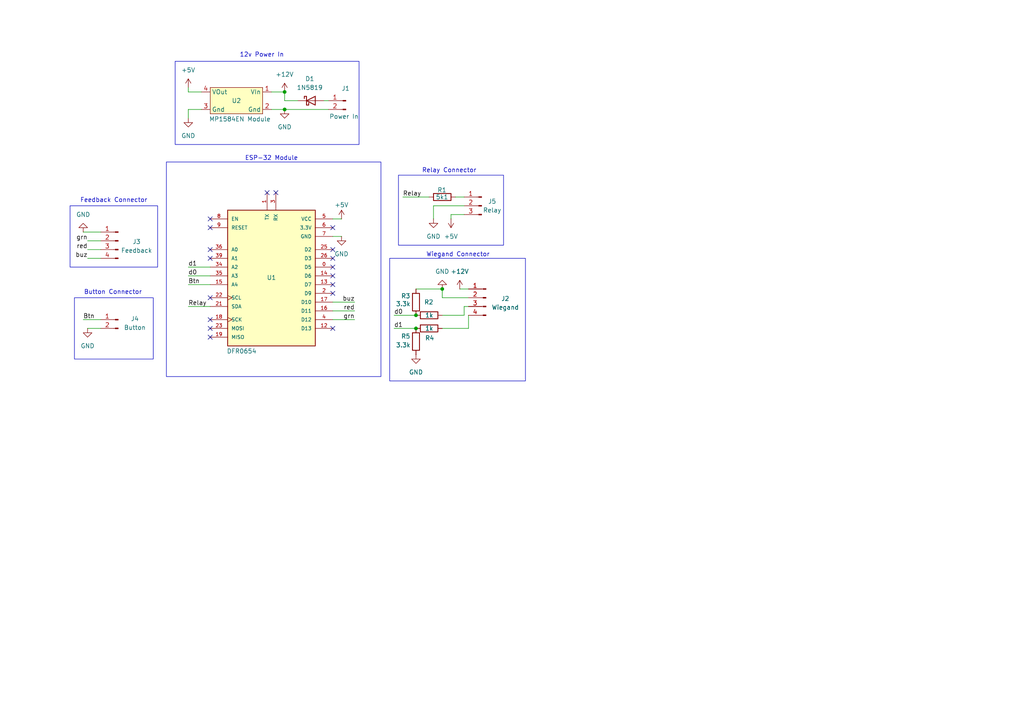
<source format=kicad_sch>
(kicad_sch (version 20250114) (generator "eeschema") (generator_version "9.0")
  (paper "A4")
  (title_block (title "HMIS Lock Module") (company "Leicester Hackspace Ltd"))
  (lib_symbols
    (symbol "Connector:Conn_01x02_Pin" (pin_names (offset 1.016) (hide yes))
      (property "Reference" "J" (at 0 2.54 0))
      (property "Value" "Conn_01x02_Pin" (at 0 -5.08 0))
      (symbol "Conn_01x02_Pin_1_1"
        (rectangle (start 0.8636 0.127) (end 0 -0.127) (stroke (width 0.1524)) (fill (type outline)))
        (rectangle (start 0.8636 -2.413) (end 0 -2.667) (stroke (width 0.1524)) (fill (type outline)))
        (polyline (pts (xy 1.27 0) (xy 0.8636 0)) (stroke (width 0.1524)))
        (polyline (pts (xy 1.27 -2.54) (xy 0.8636 -2.54)) (stroke (width 0.1524)))
        (pin passive line (at 5.08 0 180) (length 3.81) (name "Pin_1") (number "1"))
        (pin passive line (at 5.08 -2.54 180) (length 3.81) (name "Pin_2") (number "2"))
      )
    )
    (symbol "Connector:Conn_01x03_Pin" (pin_names (offset 1.016) (hide yes))
      (property "Reference" "J" (at 0 5.08 0))
      (property "Value" "Conn_01x03_Pin" (at 0 -5.08 0))
      (symbol "Conn_01x03_Pin_1_1"
        (rectangle (start 0.8636 2.667) (end 0 2.413) (stroke (width 0.1524)) (fill (type outline)))
        (rectangle (start 0.8636 0.127) (end 0 -0.127) (stroke (width 0.1524)) (fill (type outline)))
        (rectangle (start 0.8636 -2.413) (end 0 -2.667) (stroke (width 0.1524)) (fill (type outline)))
        (polyline (pts (xy 1.27 2.54) (xy 0.8636 2.54)) (stroke (width 0.1524)))
        (polyline (pts (xy 1.27 0) (xy 0.8636 0)) (stroke (width 0.1524)))
        (polyline (pts (xy 1.27 -2.54) (xy 0.8636 -2.54)) (stroke (width 0.1524)))
        (pin passive line (at 5.08 2.54 180) (length 3.81) (name "Pin_1") (number "1"))
        (pin passive line (at 5.08 0 180) (length 3.81) (name "Pin_2") (number "2"))
        (pin passive line (at 5.08 -2.54 180) (length 3.81) (name "Pin_3") (number "3"))
      )
    )
    (symbol "Connector:Conn_01x04_Pin" (pin_names (offset 1.016) (hide yes))
      (property "Reference" "J" (at 0 5.08 0))
      (property "Value" "Conn_01x04_Pin" (at 0 -7.62 0))
      (symbol "Conn_01x04_Pin_1_1"
        (rectangle (start 0.8636 2.667) (end 0 2.413) (stroke (width 0.1524)) (fill (type outline)))
        (rectangle (start 0.8636 0.127) (end 0 -0.127) (stroke (width 0.1524)) (fill (type outline)))
        (rectangle (start 0.8636 -2.413) (end 0 -2.667) (stroke (width 0.1524)) (fill (type outline)))
        (rectangle (start 0.8636 -4.953) (end 0 -5.207) (stroke (width 0.1524)) (fill (type outline)))
        (polyline (pts (xy 1.27 2.54) (xy 0.8636 2.54)) (stroke (width 0.1524)))
        (polyline (pts (xy 1.27 0) (xy 0.8636 0)) (stroke (width 0.1524)))
        (polyline (pts (xy 1.27 -2.54) (xy 0.8636 -2.54)) (stroke (width 0.1524)))
        (polyline (pts (xy 1.27 -5.08) (xy 0.8636 -5.08)) (stroke (width 0.1524)))
        (pin passive line (at 5.08 2.54 180) (length 3.81) (name "Pin_1") (number "1"))
        (pin passive line (at 5.08 0 180) (length 3.81) (name "Pin_2") (number "2"))
        (pin passive line (at 5.08 -2.54 180) (length 3.81) (name "Pin_3") (number "3"))
        (pin passive line (at 5.08 -5.08 180) (length 3.81) (name "Pin_4") (number "4"))
      )
    )
    (symbol "DFR0654:DFR0654" (pin_names (offset 1.016))
      (property "Reference" "U" (at -12.7 26.162 0))
      (property "Value" "DFR0654" (at -12.446 -16.51 0))
      (symbol "DFR0654_0_0"
        (rectangle (start -12.7 25.4) (end 12.7 -13.97) (stroke (width 0.254)) (fill (type background)))
        (pin input line (at -17.78 22.86 0) (length 5.08) (name "EN") (number "8"))
        (pin input line (at -17.78 20.32 0) (length 5.08) (name "RESET") (number "9"))
        (pin input line (at -17.78 13.97 0) (length 5.08) (name "A0") (number "36"))
        (pin input line (at -17.78 11.43 0) (length 5.08) (name "A1") (number "39"))
        (pin input line (at -17.78 8.89 0) (length 5.08) (name "A2") (number "34"))
        (pin input line (at -17.78 6.35 0) (length 5.08) (name "A3") (number "35"))
        (pin bidirectional line (at -17.78 3.81 0) (length 5.08) (name "A4") (number "15"))
        (pin bidirectional clock (at -17.78 0 0) (length 5.08) (name "SCL") (number "22"))
        (pin bidirectional line (at -17.78 -2.54 0) (length 5.08) (name "SDA") (number "21"))
        (pin bidirectional clock (at -17.78 -6.35 0) (length 5.08) (name "SCK") (number "18"))
        (pin input line (at -17.78 -8.89 0) (length 5.08) (name "MOSI") (number "23"))
        (pin output line (at -17.78 -11.43 0) (length 5.08) (name "MISO") (number "19"))
        (pin power_in line (at 17.78 22.86 180) (length 5.08) (name "VCC") (number "5"))
        (pin power_in line (at 17.78 20.32 180) (length 5.08) (name "3.3V") (number "6"))
        (pin power_in line (at 17.78 17.78 180) (length 5.08) (name "GND") (number "7"))
        (pin bidirectional line (at 17.78 13.97 180) (length 5.08) (name "D2") (number "25"))
        (pin bidirectional line (at 17.78 11.43 180) (length 5.08) (name "D3") (number "26"))
        (pin bidirectional line (at 17.78 8.89 180) (length 5.08) (name "D5") (number "0"))
        (pin bidirectional line (at 17.78 6.35 180) (length 5.08) (name "D6") (number "14"))
        (pin bidirectional line (at 17.78 3.81 180) (length 5.08) (name "D7") (number "13"))
        (pin bidirectional line (at 17.78 1.27 180) (length 5.08) (name "D9") (number "2"))
        (pin bidirectional line (at 17.78 -1.27 180) (length 5.08) (name "D10") (number "17"))
        (pin bidirectional line (at 17.78 -3.81 180) (length 5.08) (name "D11") (number "16"))
        (pin bidirectional line (at 17.78 -6.35 180) (length 5.08) (name "D12") (number "4"))
        (pin bidirectional line (at 17.78 -8.89 180) (length 5.08) (name "D13") (number "12"))
      )
      (symbol "DFR0654_1_0"
        (pin output line (at -1.27 30.48 270) (length 5.08) (name "TX") (number "1"))
        (pin input line (at 1.27 30.48 270) (length 5.08) (name "RX") (number "3"))
      )
    )
    (symbol "Device:D_Schottky" (pin_numbers (hide yes)) (pin_names (offset 1.016) (hide yes))
      (property "Reference" "D" (at 0 2.54 0))
      (property "Value" "D_Schottky" (at 0 -2.54 0))
      (symbol "D_Schottky_0_1"
        (polyline (pts (xy -1.905 0.635) (xy -1.905 1.27) (xy -1.27 1.27) (xy -1.27 -1.27) (xy -0.635 -1.27) (xy -0.635 -0.635)) (stroke (width 0.254)))
        (polyline (pts (xy 1.27 1.27) (xy 1.27 -1.27) (xy -1.27 0) (xy 1.27 1.27)) (stroke (width 0.254)))
        (polyline (pts (xy 1.27 0) (xy -1.27 0)))
      )
      (symbol "D_Schottky_1_1"
        (pin passive line (at -3.81 0 0) (length 2.54) (name "K") (number "1"))
        (pin passive line (at 3.81 0 180) (length 2.54) (name "A") (number "2"))
      )
    )
    (symbol "Device:R" (pin_numbers (hide yes)) (pin_names (offset 0))
      (property "Reference" "R" (at 2.032 0 90))
      (property "Value" "R" (at 0 0 90))
      (symbol "R_0_1"
        (rectangle (start -1.016 -2.54) (end 1.016 2.54) (stroke (width 0.254)))
      )
      (symbol "R_1_1"
        (pin passive line (at 0 3.81 270) (length 1.27) (name "~") (number "1"))
        (pin passive line (at 0 -3.81 90) (length 1.27) (name "~") (number "2"))
      )
    )
    (symbol "jacobs-libs:MP1584EN_Module"
      (property "Reference" "U" (at -7.112 4.826 0))
      (property "Value" "MP1584EN Module" (at 1.016 -4.826 0))
      (symbol "MP1584EN_Module_1_1"
        (rectangle (start -7.62 3.81) (end 7.62 -3.81) (fill (type background)))
        (pin power_out line (at -10.16 2.54 0) (length 2.54) (name "VOut") (number "4"))
        (pin power_out line (at -10.16 -2.54 0) (length 2.54) (name "Gnd") (number "3"))
        (pin power_in line (at 10.16 2.54 180) (length 2.54) (name "VIn") (number "1"))
        (pin power_in line (at 10.16 -2.54 180) (length 2.54) (name "Gnd") (number "2"))
      )
    )
    (symbol "power:+12V" (power) (pin_numbers (hide yes)) (pin_names (offset 0) (hide yes))
      (property "Value" "+12V" (at 0 3.556 0))
      (symbol "+12V_0_1"
        (polyline (pts (xy -0.762 1.27) (xy 0 2.54)))
        (polyline (pts (xy 0 2.54) (xy 0.762 1.27)))
        (polyline (pts (xy 0 0) (xy 0 2.54)))
      )
      (symbol "+12V_1_1"
        (pin power_in line (at 0 0 90) (length 0) (name "~") (number "1"))
      )
    )
    (symbol "power:+5V" (power) (pin_numbers (hide yes)) (pin_names (offset 0) (hide yes))
      (property "Value" "+5V" (at 0 3.556 0))
      (symbol "+5V_0_1"
        (polyline (pts (xy -0.762 1.27) (xy 0 2.54)))
        (polyline (pts (xy 0 2.54) (xy 0.762 1.27)))
        (polyline (pts (xy 0 0) (xy 0 2.54)))
      )
      (symbol "+5V_1_1"
        (pin power_in line (at 0 0 90) (length 0) (name "~") (number "1"))
      )
    )
    (symbol "power:GND" (power) (pin_numbers (hide yes)) (pin_names (offset 0) (hide yes))
      (property "Value" "GND" (at 0 -3.81 0))
      (symbol "GND_0_1"
        (polyline (pts (xy 0 0) (xy 0 -1.27) (xy 1.27 -1.27) (xy 0 -2.54) (xy -1.27 -1.27) (xy 0 -1.27)))
      )
      (symbol "GND_1_1"
        (pin power_in line (at 0 0 270) (length 0) (name "~") (number "1"))
      )
    )
  )
  (rectangle (start 50.8 17.78) (end 104.14 41.91))
  (rectangle (start 20.32 59.69) (end 45.72 77.47))
  (rectangle (start 21.59 86.36) (end 44.45 104.14))
  (rectangle (start 113.03 74.93) (end 152.4 110.49))
  (rectangle (start 48.26 46.99) (end 110.49 109.22))
  (rectangle (start 115.57 50.8) (end 146.05 71.12))
  (text "Relay Connector" (at 130.302 49.53 0) (effects (font (size 1.27 1.27))))
  (text "Wiegand Connector" (at 132.842 73.914 0) (effects (font (size 1.27 1.27))))
  (text "Feedback Connector" (at 33.02 58.166 0) (effects (font (size 1.27 1.27))))
  (text "ESP-32 Module" (at 78.74 45.974 0) (effects (font (size 1.27 1.27))))
  (text "12v Power In" (at 75.946 16.002 0) (effects (font (size 1.27 1.27))))
  (text "Button Connector" (at 32.766 84.836 0) (effects (font (size 1.27 1.27))))
  (junction (at 82.55 31.75))
  (junction (at 120.65 95.25))
  (junction (at 120.65 91.44))
  (junction (at 82.55 26.67))
  (junction (at 128.27 83.82))
  (no_connect (at 96.52 72.39))
  (no_connect (at 60.96 66.04))
  (no_connect (at 96.52 80.01))
  (no_connect (at 96.52 77.47))
  (no_connect (at 96.52 74.93))
  (no_connect (at 60.96 97.79))
  (no_connect (at 60.96 72.39))
  (no_connect (at 60.96 86.36))
  (no_connect (at 96.52 66.04))
  (no_connect (at 60.96 92.71))
  (no_connect (at 60.96 74.93))
  (no_connect (at 80.01 55.88))
  (no_connect (at 60.96 63.5))
  (no_connect (at 96.52 85.09))
  (no_connect (at 77.47 55.88))
  (no_connect (at 60.96 95.25))
  (no_connect (at 96.52 95.25))
  (no_connect (at 96.52 82.55))
  (wire (pts (xy 133.35 83.82) (xy 135.89 83.82)))
  (wire (pts (xy 96.52 87.63) (xy 102.87 87.63)))
  (wire (pts (xy 82.55 29.21) (xy 86.36 29.21)))
  (wire (pts (xy 54.61 77.47) (xy 60.96 77.47)))
  (wire (pts (xy 58.42 26.67) (xy 54.61 26.67)))
  (wire (pts (xy 54.61 82.55) (xy 60.96 82.55)))
  (wire (pts (xy 25.4 72.39) (xy 29.21 72.39)))
  (wire (pts (xy 54.61 31.75) (xy 54.61 34.29)))
  (wire (pts (xy 130.81 62.23) (xy 134.62 62.23)))
  (wire (pts (xy 96.52 90.17) (xy 102.87 90.17)))
  (wire (pts (xy 125.73 59.69) (xy 125.73 63.5)))
  (wire (pts (xy 95.25 31.75) (xy 82.55 31.75)))
  (wire (pts (xy 95.25 29.21) (xy 93.98 29.21)))
  (wire (pts (xy 135.89 95.25) (xy 135.89 91.44)))
  (wire (pts (xy 135.89 86.36) (xy 128.27 86.36)))
  (wire (pts (xy 96.52 63.5) (xy 99.06 63.5)))
  (wire (pts (xy 128.27 83.82) (xy 128.27 86.36)))
  (wire (pts (xy 134.62 88.9) (xy 134.62 91.44)))
  (wire (pts (xy 130.81 63.5) (xy 130.81 62.23)))
  (wire (pts (xy 54.61 88.9) (xy 60.96 88.9)))
  (wire (pts (xy 25.4 95.25) (xy 29.21 95.25)))
  (wire (pts (xy 116.84 57.15) (xy 124.46 57.15)))
  (wire (pts (xy 134.62 59.69) (xy 125.73 59.69)))
  (wire (pts (xy 78.74 31.75) (xy 82.55 31.75)))
  (wire (pts (xy 25.4 69.85) (xy 29.21 69.85)))
  (wire (pts (xy 54.61 80.01) (xy 60.96 80.01)))
  (wire (pts (xy 58.42 31.75) (xy 54.61 31.75)))
  (wire (pts (xy 82.55 26.67) (xy 78.74 26.67)))
  (wire (pts (xy 114.3 91.44) (xy 120.65 91.44)))
  (wire (pts (xy 54.61 26.67) (xy 54.61 25.4)))
  (wire (pts (xy 120.65 83.82) (xy 128.27 83.82)))
  (wire (pts (xy 114.3 95.25) (xy 120.65 95.25)))
  (wire (pts (xy 134.62 88.9) (xy 135.89 88.9)))
  (wire (pts (xy 128.27 95.25) (xy 135.89 95.25)))
  (wire (pts (xy 96.52 92.71) (xy 102.87 92.71)))
  (wire (pts (xy 132.08 57.15) (xy 134.62 57.15)))
  (wire (pts (xy 24.13 92.71) (xy 29.21 92.71)))
  (wire (pts (xy 25.4 74.93) (xy 29.21 74.93)))
  (wire (pts (xy 24.13 67.31) (xy 29.21 67.31)))
  (wire (pts (xy 128.27 91.44) (xy 134.62 91.44)))
  (wire (pts (xy 82.55 29.21) (xy 82.55 26.67)))
  (wire (pts (xy 96.52 68.58) (xy 99.06 68.58)))
  (label "d1" (at 114.3 95.25 0))
  (label "buz" (at 102.87 87.63 180))
  (label "buz" (at 25.4 74.93 180))
  (label "Relay" (at 54.61 88.9 0))
  (label "Relay" (at 116.84 57.15 0))
  (label "grn" (at 25.4 69.85 180))
  (label "d0" (at 54.61 80.01 0))
  (label "d0" (at 114.3 91.44 0))
  (label "Btn" (at 54.61 82.55 0))
  (label "red" (at 102.87 90.17 180))
  (label "d1" (at 54.61 77.47 0))
  (label "red" (at 25.4 72.39 180))
  (label "grn" (at 102.87 92.71 180))
  (label "Btn" (at 24.13 92.71 0))
  (symbol (lib_id "power:GND") (at 125.73 63.5 0) (unit 1)
    (property "Reference" "#PWR08" (effects (hide yes)))
    (property "Value" "GND" (at 125.73 68.58 0))
    (property "Description" "Power symbol creates a global label with name \"GND\" , ground" (effects (hide yes)))
  )
  (symbol (lib_id "Device:R") (at 124.46 91.44 90) (unit 1)
    (property "Reference" "R2" (at 125.73 87.63 90) (effects (justify left)))
    (property "Value" "1k" (at 125.73 91.44 90) (effects (justify left)))
    (property "Footprint" "Resistor_SMD:R_0805_2012Metric_Pad1.20x1.40mm_HandSolder" (effects (hide yes)))
    (property "Description" "Resistor" (effects (hide yes)))
  )
  (symbol (lib_id "jacobs-libs:MP1584EN_Module") (at 68.58 29.21 0) (unit 1)
    (property "Reference" "U2" (at 68.58 29.21 0))
    (property "Value" "MP1584EN Module" (at 69.596 34.544 0))
    (property "Footprint" "jacob-libs:MP1584EN Module" (effects (hide yes)))
    (property "Datasheet" "https://mm.digikey.com/Volume0/opasdata/d220001/medias/docus/1231/106990005_Web.pdf" (effects (hide yes)))
    (property "Description" "A DC to DC buck converter module using the MP1584EN chip" (effects (hide yes)))
  )
  (symbol (lib_id "power:GND") (at 128.27 83.82 0) (mirror x) (unit 1)
    (property "Reference" "#PWR013" (effects (hide yes)))
    (property "Value" "GND" (at 128.27 78.74 0))
    (property "Description" "Power symbol creates a global label with name \"GND\" , ground" (effects (hide yes)))
  )
  (symbol (lib_id "power:GND") (at 82.55 31.75 0) (unit 1)
    (property "Reference" "#PWR05" (effects (hide yes)))
    (property "Value" "GND" (at 82.55 36.83 0))
    (property "Description" "Power symbol creates a global label with name \"GND\" , ground" (effects (hide yes)))
  )
  (symbol (lib_id "power:+5V") (at 54.61 25.4 0) (unit 1)
    (property "Reference" "#PWR02" (effects (hide yes)))
    (property "Value" "+5V" (at 54.61 20.32 0))
    (property "Description" "Power symbol creates a global label with name \"+5V\"" (effects (hide yes)))
  )
  (symbol (lib_id "DFR0654:DFR0654") (at 78.74 86.36 0) (unit 1)
    (property "Reference" "U1" (at 78.74 80.518 0))
    (property "Value" "DFR0654" (at 70.104 101.854 0))
    (property "Footprint" "DFR0654:MODULE_DFR0654" (effects (hide yes)))
    (property "STANDARD" "Manufacturer Recommendations" (effects (hide yes)))
    (property "MANUFACTURER" "DFRobot" (effects (hide yes)))
  )
  (symbol (lib_id "Connector:Conn_01x03_Pin") (at 139.7 59.69 0) (mirror y) (unit 1)
    (property "Reference" "J5" (at 142.748 58.42 0))
    (property "Value" "Relay" (at 142.748 60.96 0))
    (property "Footprint" "Connector_PinHeader_2.54mm:PinHeader_1x03_P2.54mm_Vertical" (effects (hide yes)))
    (property "Description" "Generic connector, single row, 01x03, script generated" (effects (hide yes)))
  )
  (symbol (lib_id "power:GND") (at 99.06 68.58 0) (unit 1)
    (property "Reference" "#PWR07" (effects (hide yes)))
    (property "Value" "GND" (at 99.06 73.66 0))
    (property "Description" "Power symbol creates a global label with name \"GND\" , ground" (effects (hide yes)))
  )
  (symbol (lib_id "Connector:Conn_01x04_Pin") (at 34.29 69.85 0) (mirror y) (unit 1)
    (property "Reference" "J3" (at 39.624 70.104 0))
    (property "Value" "Feedback" (at 39.624 72.644 0))
    (property "Footprint" "Connector_PinHeader_2.54mm:PinHeader_1x04_P2.54mm_Vertical" (effects (hide yes)))
    (property "Description" "Generic connector, single row, 01x04, script generated" (effects (hide yes)))
  )
  (symbol (lib_id "power:+5V") (at 130.81 63.5 0) (mirror x) (unit 1)
    (property "Reference" "#PWR09" (effects (hide yes)))
    (property "Value" "+5V" (at 130.81 68.58 0))
    (property "Description" "Power symbol creates a global label with name \"+5V\"" (effects (hide yes)))
  )
  (symbol (lib_id "power:+12V") (at 133.35 83.82 0) (unit 1)
    (property "Reference" "#PWR012" (effects (hide yes)))
    (property "Value" "+12V" (at 133.35 78.74 0))
    (property "Description" "Power symbol creates a global label with name \"+12V\"" (effects (hide yes)))
  )
  (symbol (lib_id "Device:R") (at 128.27 57.15 90) (unit 1)
    (property "Reference" "R1" (at 129.54 55.118 90) (effects (justify left)))
    (property "Value" "5k1" (at 130.048 57.15 90) (effects (justify left)))
    (property "Footprint" "Resistor_SMD:R_0805_2012Metric_Pad1.20x1.40mm_HandSolder" (effects (hide yes)))
    (property "Description" "Resistor" (effects (hide yes)))
  )
  (symbol (lib_id "Device:D_Schottky") (at 90.17 29.21 0) (unit 1)
    (property "Reference" "D1" (at 89.8525 22.86 0))
    (property "Value" "1N5819" (at 89.8525 25.4 0))
    (property "Footprint" "Diode_SMD:D_SOD-123" (effects (hide yes)))
    (property "Description" "Schottky diode" (effects (hide yes)))
  )
  (symbol (lib_id "Device:R") (at 124.46 95.25 90) (unit 1)
    (property "Reference" "R4" (at 125.984 98.044 90) (effects (justify left)))
    (property "Value" "1k" (at 125.73 95.25 90) (effects (justify left)))
    (property "Footprint" "Resistor_SMD:R_0805_2012Metric_Pad1.20x1.40mm_HandSolder" (effects (hide yes)))
    (property "Description" "Resistor" (effects (hide yes)))
  )
  (symbol (lib_id "power:GND") (at 120.65 102.87 0) (unit 1)
    (property "Reference" "#PWR015" (effects (hide yes)))
    (property "Value" "GND" (at 120.65 107.95 0))
    (property "Description" "Power symbol creates a global label with name \"GND\" , ground" (effects (hide yes)))
  )
  (symbol (lib_id "Connector:Conn_01x04_Pin") (at 140.97 86.36 0) (mirror y) (unit 1)
    (property "Reference" "J2" (at 146.558 86.614 0))
    (property "Value" "Wiegand" (at 146.558 89.154 0))
    (property "Footprint" "Connector_PinHeader_2.54mm:PinHeader_1x04_P2.54mm_Vertical" (effects (hide yes)))
    (property "Description" "Generic connector, single row, 01x04, script generated" (effects (hide yes)))
  )
  (symbol (lib_id "Device:R") (at 120.65 99.06 0) (unit 1)
    (property "Reference" "R5" (at 116.332 97.536 0) (effects (justify left)))
    (property "Value" "3.3k" (at 114.808 100.076 0) (effects (justify left)))
    (property "Footprint" "Resistor_SMD:R_0805_2012Metric_Pad1.20x1.40mm_HandSolder" (effects (hide yes)))
    (property "Description" "Resistor" (effects (hide yes)))
  )
  (symbol (lib_id "power:GND") (at 25.4 95.25 0) (unit 1)
    (property "Reference" "#PWR010" (effects (hide yes)))
    (property "Value" "GND" (at 25.4 100.33 0))
    (property "Description" "Power symbol creates a global label with name \"GND\" , ground" (effects (hide yes)))
  )
  (symbol (lib_id "Connector:Conn_01x02_Pin") (at 100.33 29.21 0) (mirror y) (unit 1)
    (property "Reference" "J1" (at 99.06 25.654 0) (effects (justify right)))
    (property "Value" "Power In" (at 95.504 33.782 0) (effects (justify right)))
    (property "Footprint" "Connector_PinHeader_2.54mm:PinHeader_1x02_P2.54mm_Vertical" (effects (hide yes)))
    (property "Description" "Generic connector, single row, 01x02, script generated" (effects (hide yes)))
  )
  (symbol (lib_id "Connector:Conn_01x02_Pin") (at 34.29 92.71 0) (mirror y) (unit 1)
    (property "Reference" "J4" (at 39.116 92.456 0))
    (property "Value" "Button" (at 39.116 94.996 0))
    (property "Footprint" "Connector_PinHeader_2.54mm:PinHeader_1x02_P2.54mm_Vertical" (effects (hide yes)))
    (property "Description" "Generic connector, single row, 01x02, script generated" (effects (hide yes)))
  )
  (symbol (lib_id "power:+5V") (at 99.06 63.5 0) (unit 1)
    (property "Reference" "#PWR06" (effects (hide yes)))
    (property "Value" "+5V" (at 99.06 59.436 0))
    (property "Description" "Power symbol creates a global label with name \"+5V\"" (effects (hide yes)))
  )
  (symbol (lib_id "power:+12V") (at 82.55 26.67 0) (unit 1)
    (property "Reference" "#PWR04" (effects (hide yes)))
    (property "Value" "+12V" (at 82.55 21.59 0))
    (property "Description" "Power symbol creates a global label with name \"+12V\"" (effects (hide yes)))
  )
  (symbol (lib_id "power:GND") (at 54.61 34.29 0) (unit 1)
    (property "Reference" "#PWR03" (effects (hide yes)))
    (property "Value" "GND" (at 54.61 39.37 0))
    (property "Description" "Power symbol creates a global label with name \"GND\" , ground" (effects (hide yes)))
  )
  (symbol (lib_id "power:GND") (at 24.13 67.31 0) (mirror x) (unit 1)
    (property "Reference" "#PWR011" (effects (hide yes)))
    (property "Value" "GND" (at 24.13 62.23 0))
    (property "Description" "Power symbol creates a global label with name \"GND\" , ground" (effects (hide yes)))
  )
  (symbol (lib_id "Device:R") (at 120.65 87.63 0) (unit 1)
    (property "Reference" "R3" (at 116.332 85.852 0) (effects (justify left)))
    (property "Value" "3.3k" (at 114.808 88.138 0) (effects (justify left)))
    (property "Footprint" "Resistor_SMD:R_0805_2012Metric_Pad1.20x1.40mm_HandSolder" (effects (hide yes)))
    (property "Description" "Resistor" (effects (hide yes)))
  )
)
</source>
